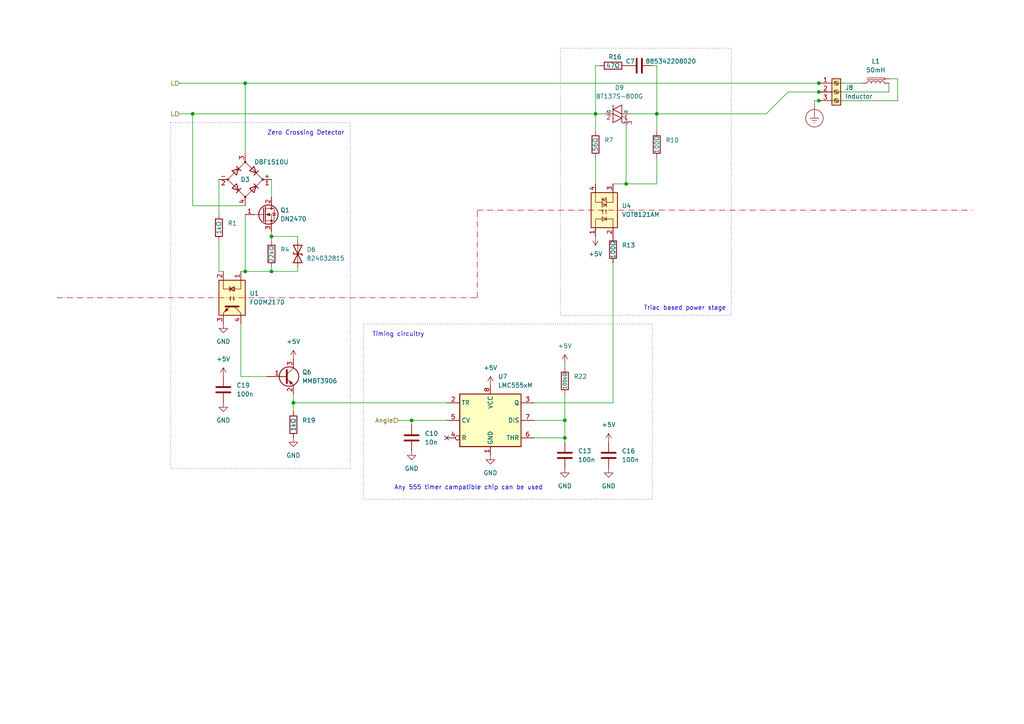
<source format=kicad_sch>
(kicad_sch (version 20230121) (generator eeschema)
  (paper "A4")
  (lib_symbols
    (symbol "Connector:Screw_Terminal_01x03" (pin_names (offset 1.016) hide)
      (property "Reference" "J" (at 0 5.08 0))
      (property "Value" "Screw_Terminal_01x03" (at 0 -5.08 0))
      (symbol "Screw_Terminal_01x03_1_1"
        (rectangle (start -1.27 3.81) (end 1.27 -3.81) (stroke (width 0.254)) (fill (type background)))
        (circle (center 0 -2.54) (radius 0.635) (stroke (width 0.1524)))
        (polyline (pts (xy -0.5334 -2.2098) (xy 0.3302 -3.048)) (stroke (width 0.1524)))
        (polyline (pts (xy -0.5334 0.3302) (xy 0.3302 -0.508)) (stroke (width 0.1524)))
        (polyline (pts (xy -0.5334 2.8702) (xy 0.3302 2.032)) (stroke (width 0.1524)))
        (polyline (pts (xy -0.3556 -2.032) (xy 0.508 -2.8702)) (stroke (width 0.1524)))
        (polyline (pts (xy -0.3556 0.508) (xy 0.508 -0.3302)) (stroke (width 0.1524)))
        (polyline (pts (xy -0.3556 3.048) (xy 0.508 2.2098)) (stroke (width 0.1524)))
        (circle (center 0 0) (radius 0.635) (stroke (width 0.1524)))
        (circle (center 0 2.54) (radius 0.635) (stroke (width 0.1524)))
        (pin passive line (at -5.08 2.54 0) (length 3.81) (name "Pin_1") (number "1"))
        (pin passive line (at -5.08 0 0) (length 3.81) (name "Pin_2") (number "2"))
        (pin passive line (at -5.08 -2.54 0) (length 3.81) (name "Pin_3") (number "3"))
      )
    )
    (symbol "Device:C" (pin_numbers hide) (pin_names (offset 0.254))
      (property "Reference" "C" (at 0.635 2.54 0))
      (property "Value" "C" (at 0.635 -2.54 0))
      (symbol "C_0_1"
        (polyline (pts (xy -2.032 -0.762) (xy 2.032 -0.762)) (stroke (width 0.508)))
        (polyline (pts (xy -2.032 0.762) (xy 2.032 0.762)) (stroke (width 0.508)))
      )
      (symbol "C_1_1"
        (pin passive line (at 0 3.81 270) (length 2.794) (name "~") (number "1"))
        (pin passive line (at 0 -3.81 90) (length 2.794) (name "~") (number "2"))
      )
    )
    (symbol "Device:D_Bridge_+-AA" (pin_names (offset 0))
      (property "Reference" "D" (at 2.54 6.985 0))
      (property "Value" "D_Bridge_+-AA" (at 2.54 5.08 0))
      (symbol "D_Bridge_+-AA_0_1"
        (circle (center -5.08 0) (radius 0.254) (fill (type outline)))
        (circle (center 0 -5.08) (radius 0.254) (fill (type outline)))
        (polyline (pts (xy -2.54 3.81) (xy -1.27 2.54)) (stroke (width 0.254)))
        (polyline (pts (xy -1.27 -2.54) (xy -2.54 -3.81)) (stroke (width 0.254)))
        (polyline (pts (xy 2.54 -1.27) (xy 3.81 -2.54)) (stroke (width 0.254)))
        (polyline (pts (xy 2.54 1.27) (xy 3.81 2.54)) (stroke (width 0.254)))
        (polyline (pts (xy -3.81 2.54) (xy -2.54 1.27) (xy -1.905 3.175) (xy -3.81 2.54)) (stroke (width 0.254)))
        (polyline (pts (xy -2.54 -1.27) (xy -3.81 -2.54) (xy -1.905 -3.175) (xy -2.54 -1.27)) (stroke (width 0.254)))
        (polyline (pts (xy 1.27 2.54) (xy 2.54 3.81) (xy 3.175 1.905) (xy 1.27 2.54)) (stroke (width 0.254)))
        (polyline (pts (xy 3.175 -1.905) (xy 1.27 -2.54) (xy 2.54 -3.81) (xy 3.175 -1.905)) (stroke (width 0.254)))
        (polyline (pts (xy -5.08 0) (xy 0 -5.08) (xy 5.08 0) (xy 0 5.08) (xy -5.08 0)))
        (circle (center 0 5.08) (radius 0.254) (fill (type outline)))
        (circle (center 5.08 0) (radius 0.254) (fill (type outline)))
      )
      (symbol "D_Bridge_+-AA_1_1"
        (pin passive line (at 7.62 0 180) (length 2.54) (name "+") (number "1"))
        (pin passive line (at -7.62 0 0) (length 2.54) (name "-") (number "2"))
        (pin passive line (at 0 7.62 270) (length 2.54) (name "~") (number "3"))
        (pin passive line (at 0 -7.62 90) (length 2.54) (name "~") (number "4"))
      )
    )
    (symbol "Device:D_TVS" (pin_numbers hide) (pin_names (offset 1.016) hide)
      (property "Reference" "D" (at 0 2.54 0))
      (property "Value" "D_TVS" (at 0 -2.54 0))
      (symbol "D_TVS_0_1"
        (polyline (pts (xy 1.27 0) (xy -1.27 0)))
        (polyline (pts (xy 0.508 1.27) (xy 0 1.27) (xy 0 -1.27) (xy -0.508 -1.27)) (stroke (width 0.254)))
        (polyline (pts (xy -2.54 1.27) (xy -2.54 -1.27) (xy 2.54 1.27) (xy 2.54 -1.27) (xy -2.54 1.27)) (stroke (width 0.254)))
      )
      (symbol "D_TVS_1_1"
        (pin passive line (at -3.81 0 0) (length 2.54) (name "A1") (number "1"))
        (pin passive line (at 3.81 0 180) (length 2.54) (name "A2") (number "2"))
      )
    )
    (symbol "Device:L_Iron" (pin_numbers hide) (pin_names (offset 1.016) hide)
      (property "Reference" "L1" (at 6.35 0 90))
      (property "Value" "50mH" (at 3.81 0 90))
      (symbol "L_Iron_0_1"
        (arc (start 0 -2.54) (mid 0.6323 -1.905) (end 0 -1.27))
        (arc (start 0 -1.27) (mid 0.6323 -0.635) (end 0 0))
        (polyline (pts (xy 1.016 -2.54) (xy 1.524 -2.54)))
        (polyline (pts (xy 1.016 2.54) (xy 1.016 -2.54)))
        (polyline (pts (xy 1.524 -2.54) (xy 1.524 2.54)))
        (arc (start 0 0) (mid 0.6323 0.635) (end 0 1.27))
        (arc (start 0 1.27) (mid 0.6323 1.905) (end 0 2.54))
      )
      (symbol "L_Iron_1_1"
        (pin passive line (at 0 3.81 270) (length 1.27) (name "1") (number "1"))
        (pin passive line (at 0 -3.81 90) (length 1.27) (name "2") (number "2"))
        (pin passive line (at 1.27 -3.81 90) (length 1.27) (name "2") (number "2"))
      )
    )
    (symbol "Device:Q_NMOS_Depletion_GDS" (pin_names (offset 0) hide)
      (property "Reference" "Q" (at 5.08 1.905 0))
      (property "Value" "Q_NMOS_Depletion_GDS" (at 5.08 0 0))
      (symbol "Q_NMOS_Depletion_GDS_0_1"
        (polyline (pts (xy 0.254 0) (xy -2.54 0)))
        (polyline (pts (xy 0.254 1.905) (xy 0.254 -1.905)) (stroke (width 0.254)))
        (polyline (pts (xy 0.762 2.286) (xy 0.762 -2.286)) (stroke (width 0.254)))
        (polyline (pts (xy 2.54 2.54) (xy 2.54 1.778)))
        (polyline (pts (xy 2.54 -2.54) (xy 2.54 0) (xy 0.762 0)))
        (polyline (pts (xy 0.762 -1.778) (xy 3.302 -1.778) (xy 3.302 1.778) (xy 0.762 1.778)))
        (polyline (pts (xy 1.016 0) (xy 2.032 0.381) (xy 2.032 -0.381) (xy 1.016 0)) (fill (type outline)))
        (polyline (pts (xy 2.794 0.508) (xy 2.921 0.381) (xy 3.683 0.381) (xy 3.81 0.254)))
        (polyline (pts (xy 3.302 0.381) (xy 2.921 -0.254) (xy 3.683 -0.254) (xy 3.302 0.381)))
        (circle (center 1.651 0) (radius 2.794) (stroke (width 0.254)))
        (circle (center 2.54 -1.778) (radius 0.254) (fill (type outline)))
        (circle (center 2.54 1.778) (radius 0.254) (fill (type outline)))
      )
      (symbol "Q_NMOS_Depletion_GDS_1_1"
        (pin input line (at -5.08 0 0) (length 2.54) (name "G") (number "1"))
        (pin passive line (at 2.54 5.08 270) (length 2.54) (name "D") (number "2"))
        (pin passive line (at 2.54 -5.08 90) (length 2.54) (name "S") (number "3"))
      )
    )
    (symbol "Device:Q_PNP_BEC" (pin_names (offset 0) hide)
      (property "Reference" "Q" (at 5.08 1.27 0))
      (property "Value" "Q_PNP_BEC" (at 5.08 -1.27 0))
      (symbol "Q_PNP_BEC_0_1"
        (polyline (pts (xy 0.635 0.635) (xy 2.54 2.54)))
        (polyline (pts (xy 0.635 -0.635) (xy 2.54 -2.54) (xy 2.54 -2.54)))
        (polyline (pts (xy 0.635 1.905) (xy 0.635 -1.905) (xy 0.635 -1.905)) (stroke (width 0.508)))
        (polyline (pts (xy 2.286 -1.778) (xy 1.778 -2.286) (xy 1.27 -1.27) (xy 2.286 -1.778) (xy 2.286 -1.778)) (fill (type outline)))
        (circle (center 1.27 0) (radius 2.8194) (stroke (width 0.254)))
      )
      (symbol "Q_PNP_BEC_1_1"
        (pin input line (at -5.08 0 0) (length 5.715) (name "B") (number "1"))
        (pin passive line (at 2.54 -5.08 90) (length 2.54) (name "E") (number "2"))
        (pin passive line (at 2.54 5.08 270) (length 2.54) (name "C") (number "3"))
      )
    )
    (symbol "Device:Q_TRIAC_A1A2G" (pin_names (offset 0))
      (property "Reference" "D" (at 3.175 0.635 0))
      (property "Value" "Q_TRIAC_A1A2G" (at 3.175 -1.27 0))
      (symbol "Q_TRIAC_A1A2G_0_1"
        (polyline (pts (xy -2.54 -1.27) (xy 2.54 -1.27)) (stroke (width 0.2032)))
        (polyline (pts (xy -2.54 1.27) (xy 2.54 1.27)) (stroke (width 0.2032)))
        (polyline (pts (xy -1.27 -2.54) (xy -0.635 -1.27)))
        (polyline (pts (xy -2.54 1.27) (xy -1.27 -1.27) (xy 0 1.27)) (stroke (width 0.2032)))
        (polyline (pts (xy 0 -1.27) (xy 1.27 1.27) (xy 2.54 -1.27)) (stroke (width 0.2032)))
      )
      (symbol "Q_TRIAC_A1A2G_1_1"
        (pin passive line (at 0 -3.81 90) (length 2.54) (name "A1") (number "1"))
        (pin passive line (at 0 3.81 270) (length 2.54) (name "A2") (number "2"))
        (pin input line (at -3.81 -2.54 0) (length 2.54) (name "G") (number "3"))
      )
    )
    (symbol "Device:R" (pin_numbers hide) (pin_names (offset 0))
      (property "Reference" "R" (at 2.032 0 90))
      (property "Value" "R" (at 0 0 90))
      (symbol "R_0_1"
        (rectangle (start -1.016 -2.54) (end 1.016 2.54) (stroke (width 0.254)))
      )
      (symbol "R_1_1"
        (pin passive line (at 0 3.81 270) (length 1.27) (name "~") (number "1"))
        (pin passive line (at 0 -3.81 90) (length 1.27) (name "~") (number "2"))
      )
    )
    (symbol "Isolator:FODM217D"
      (property "Reference" "U" (at -5.08 5.08 0))
      (property "Value" "FODM217D" (at 0 5.08 0))
      (symbol "FODM217D_0_1"
        (rectangle (start -5.08 3.81) (end 5.08 -3.81) (stroke (width 0.254)) (fill (type background)))
        (polyline (pts (xy -3.175 -0.635) (xy -1.905 -0.635)) (stroke (width 0.254)))
        (polyline (pts (xy 2.54 0.635) (xy 4.445 2.54)))
        (polyline (pts (xy 4.445 -2.54) (xy 2.54 -0.635)) (fill (type outline)))
        (polyline (pts (xy 4.445 -2.54) (xy 5.08 -2.54)))
        (polyline (pts (xy 4.445 2.54) (xy 5.08 2.54)))
        (polyline (pts (xy -5.08 2.54) (xy -2.54 2.54) (xy -2.54 -0.635)))
        (polyline (pts (xy -2.54 -0.635) (xy -2.54 -2.54) (xy -5.08 -2.54)))
        (polyline (pts (xy 2.54 1.905) (xy 2.54 -1.905) (xy 2.54 -1.905)) (stroke (width 0.508)))
        (polyline (pts (xy -2.54 -0.635) (xy -3.175 0.635) (xy -1.905 0.635) (xy -2.54 -0.635)) (stroke (width 0.254)))
        (polyline (pts (xy -0.508 -0.508) (xy 0.762 -0.508) (xy 0.381 -0.635) (xy 0.381 -0.381) (xy 0.762 -0.508)))
        (polyline (pts (xy -0.508 0.508) (xy 0.762 0.508) (xy 0.381 0.381) (xy 0.381 0.635) (xy 0.762 0.508)))
        (polyline (pts (xy 3.048 -1.651) (xy 3.556 -1.143) (xy 4.064 -2.159) (xy 3.048 -1.651) (xy 3.048 -1.651)) (fill (type outline)))
      )
      (symbol "FODM217D_1_1"
        (pin passive line (at -7.62 2.54 0) (length 2.54) (name "~") (number "1"))
        (pin passive line (at -7.62 -2.54 0) (length 2.54) (name "~") (number "2"))
        (pin passive line (at 7.62 -2.54 180) (length 2.54) (name "~") (number "3"))
        (pin passive line (at 7.62 2.54 180) (length 2.54) (name "~") (number "4"))
      )
    )
    (symbol "Relay_SolidState:FODM3053"
      (property "Reference" "U" (at -5.08 5.08 0))
      (property "Value" "FODM3053" (at 0 5.08 0))
      (symbol "FODM3053_0_1"
        (rectangle (start -5.08 3.81) (end 5.08 -3.81) (stroke (width 0.254)) (fill (type background)))
        (polyline (pts (xy -3.175 -0.635) (xy -1.905 -0.635)))
        (polyline (pts (xy 1.524 -0.635) (xy 1.524 0.635)))
        (polyline (pts (xy 3.048 0.635) (xy 3.048 -0.635)))
        (polyline (pts (xy 2.286 -0.635) (xy 2.286 -2.54) (xy 5.08 -2.54)))
        (polyline (pts (xy 2.286 0.635) (xy 2.286 2.54) (xy 5.08 2.54)))
        (polyline (pts (xy -5.08 2.54) (xy -2.54 2.54) (xy -2.54 -2.54) (xy -5.08 -2.54)))
        (polyline (pts (xy -2.54 -0.635) (xy -3.175 0.635) (xy -1.905 0.635) (xy -2.54 -0.635)))
        (polyline (pts (xy 0.889 -0.635) (xy 3.683 -0.635) (xy 3.048 0.635) (xy 2.413 -0.635)))
        (polyline (pts (xy 3.683 0.635) (xy 0.889 0.635) (xy 1.524 -0.635) (xy 2.159 0.635)))
        (polyline (pts (xy -1.143 -0.508) (xy 0.127 -0.508) (xy -0.254 -0.635) (xy -0.254 -0.381) (xy 0.127 -0.508)))
        (polyline (pts (xy -1.143 0.508) (xy 0.127 0.508) (xy -0.254 0.381) (xy -0.254 0.635) (xy 0.127 0.508)))
      )
      (symbol "FODM3053_1_1"
        (pin passive line (at -7.62 2.54 0) (length 2.54) (name "~") (number "1"))
        (pin passive line (at -7.62 -2.54 0) (length 2.54) (name "~") (number "2"))
        (pin passive line (at 7.62 -2.54 180) (length 2.54) (name "~") (number "3"))
        (pin passive line (at 7.62 2.54 180) (length 2.54) (name "~") (number "4"))
      )
    )
    (symbol "Timer:LMC555xM"
      (property "Reference" "U" (at -10.16 8.89 0))
      (property "Value" "LMC555xM" (at 2.54 8.89 0))
      (symbol "LMC555xM_0_0"
        (pin power_in line (at 0 -10.16 90) (length 2.54) (name "GND") (number "1"))
        (pin power_in line (at 0 10.16 270) (length 2.54) (name "VCC") (number "8"))
      )
      (symbol "LMC555xM_0_1"
        (rectangle (start -8.89 -7.62) (end 8.89 7.62) (stroke (width 0.254)) (fill (type background)))
        (rectangle (start -8.89 -7.62) (end 8.89 7.62) (stroke (width 0.254)) (fill (type background)))
      )
      (symbol "LMC555xM_1_1"
        (pin input line (at -12.7 5.08 0) (length 3.81) (name "TR") (number "2"))
        (pin output line (at 12.7 5.08 180) (length 3.81) (name "Q") (number "3"))
        (pin input inverted (at -12.7 -5.08 0) (length 3.81) (name "R") (number "4"))
        (pin input line (at -12.7 0 0) (length 3.81) (name "CV") (number "5"))
        (pin input line (at 12.7 -5.08 180) (length 3.81) (name "THR") (number "6"))
        (pin input line (at 12.7 0 180) (length 3.81) (name "DIS") (number "7"))
      )
    )
    (symbol "power:+5V" (power) (pin_names (offset 0))
      (property "Value" "+5V" (at 0 3.556 0))
      (symbol "+5V_0_1"
        (polyline (pts (xy -0.762 1.27) (xy 0 2.54)))
        (polyline (pts (xy 0 0) (xy 0 2.54)))
        (polyline (pts (xy 0 2.54) (xy 0.762 1.27)))
      )
      (symbol "+5V_1_1"
        (pin power_in line (at 0 0 90) (length 0) hide (name "+5V") (number "1"))
      )
    )
    (symbol "power:Earth_Protective" (power) (pin_names (offset 0))
      (symbol "Earth_Protective_0_1"
        (circle (center 0 -3.81) (radius 2.54))
        (polyline (pts (xy -0.635 -4.445) (xy 0.635 -4.445)))
        (polyline (pts (xy -0.127 -5.08) (xy 0.127 -5.08)))
        (polyline (pts (xy 0 -3.81) (xy 0 0)))
        (polyline (pts (xy 1.27 -3.81) (xy -1.27 -3.81)))
      )
      (symbol "Earth_Protective_1_1"
        (pin power_in line (at 0 0 270) (length 0) hide (name "Earth_Protective") (number "1"))
      )
    )
    (symbol "power:GND" (power) (pin_names (offset 0))
      (property "Value" "GND" (at 0 -3.81 0))
      (symbol "GND_0_1"
        (polyline (pts (xy 0 0) (xy 0 -1.27) (xy 1.27 -1.27) (xy 0 -2.54) (xy -1.27 -1.27) (xy 0 -1.27)))
      )
      (symbol "GND_1_1"
        (pin power_in line (at 0 0 270) (length 0) hide (name "GND") (number "1"))
      )
    )
  )
  (junction (at 237.49 26.67))
  (junction (at 55.88 33.02))
  (junction (at 181.61 53.34))
  (junction (at 237.49 29.21))
  (junction (at 172.72 33.02))
  (junction (at 190.5 33.02))
  (junction (at 85.09 116.84))
  (junction (at 237.49 24.13))
  (junction (at 78.74 78.74))
  (junction (at 163.83 121.92))
  (junction (at 163.83 127))
  (junction (at 119.38 121.92))
  (junction (at 71.12 78.74))
  (junction (at 78.74 68.58))
  (junction (at 71.12 24.13))
  (no_connect (at 129.54 127))
  (wire (pts (xy 190.5 53.34) (xy 181.61 53.34)))
  (wire (pts (xy 163.83 121.92) (xy 163.83 127)))
  (wire (pts (xy 236.22 30.48) (xy 236.22 29.21)))
  (wire (pts (xy 85.09 116.84) (xy 129.54 116.84)))
  (wire (pts (xy 154.94 116.84) (xy 177.8 116.84)))
  (wire (pts (xy 154.94 127) (xy 163.83 127)))
  (wire (pts (xy 177.8 116.84) (xy 177.8 76.2)))
  (wire (pts (xy 85.09 114.3) (xy 85.09 116.84)))
  (wire (pts (xy 78.74 77.47) (xy 78.74 78.74)))
  (wire (pts (xy 63.5 78.74) (xy 63.5 69.85)))
  (polyline (pts (xy 138.43 86.36) (xy 138.43 60.96)) (stroke (width 0) (type dash_dot) (color 194 0 0 1)))
  (wire (pts (xy 172.72 33.02) (xy 175.26 33.02)))
  (wire (pts (xy 71.12 24.13) (xy 237.49 24.13)))
  (wire (pts (xy 71.12 59.69) (xy 55.88 59.69)))
  (wire (pts (xy 85.09 116.84) (xy 85.09 119.38)))
  (wire (pts (xy 222.25 33.02) (xy 228.6 26.67)))
  (wire (pts (xy 86.36 68.58) (xy 86.36 69.85)))
  (wire (pts (xy 163.83 114.3) (xy 163.83 121.92)))
  (wire (pts (xy 119.38 121.92) (xy 119.38 123.19)))
  (wire (pts (xy 78.74 69.85) (xy 78.74 68.58)))
  (wire (pts (xy 237.49 26.67) (xy 257.81 26.67)) (stroke (width 0) (color 0 132 0 0.5)))
  (wire (pts (xy 260.35 29.21) (xy 237.49 29.21)) (stroke (width 0) (color 0 132 0 0.5)))
  (wire (pts (xy 78.74 52.07) (xy 78.74 57.15)))
  (wire (pts (xy 237.49 24.13) (xy 250.19 24.13)) (stroke (width 0) (color 0 132 0 0.5)))
  (wire (pts (xy 115.57 121.92) (xy 119.38 121.92)))
  (wire (pts (xy 71.12 24.13) (xy 71.12 44.45)))
  (wire (pts (xy 190.5 33.02) (xy 190.5 38.1)))
  (wire (pts (xy 189.23 19.05) (xy 190.5 19.05)))
  (wire (pts (xy 64.77 78.74) (xy 63.5 78.74)))
  (wire (pts (xy 55.88 33.02) (xy 52.07 33.02)))
  (polyline (pts (xy 138.43 60.96) (xy 281.94 60.96)) (stroke (width 0) (type dash_dot) (color 194 0 0 1)))
  (wire (pts (xy 163.83 105.41) (xy 163.83 106.68)))
  (wire (pts (xy 71.12 24.13) (xy 52.07 24.13)))
  (wire (pts (xy 181.61 53.34) (xy 181.61 36.83)))
  (wire (pts (xy 236.22 29.21) (xy 237.49 29.21)))
  (wire (pts (xy 86.36 78.74) (xy 86.36 77.47)))
  (wire (pts (xy 228.6 26.67) (xy 237.49 26.67)))
  (wire (pts (xy 190.5 45.72) (xy 190.5 53.34)))
  (wire (pts (xy 63.5 52.07) (xy 63.5 62.23)))
  (wire (pts (xy 69.85 109.22) (xy 69.85 93.98)))
  (wire (pts (xy 163.83 127) (xy 163.83 128.27)))
  (wire (pts (xy 119.38 121.92) (xy 129.54 121.92)))
  (wire (pts (xy 182.88 33.02) (xy 190.5 33.02)))
  (wire (pts (xy 172.72 33.02) (xy 172.72 38.1)))
  (wire (pts (xy 77.47 109.22) (xy 69.85 109.22)))
  (wire (pts (xy 190.5 19.05) (xy 190.5 33.02)))
  (wire (pts (xy 78.74 67.31) (xy 78.74 68.58)))
  (wire (pts (xy 55.88 33.02) (xy 172.72 33.02)))
  (wire (pts (xy 69.85 78.74) (xy 71.12 78.74)))
  (wire (pts (xy 71.12 78.74) (xy 78.74 78.74)))
  (wire (pts (xy 78.74 68.58) (xy 86.36 68.58)))
  (wire (pts (xy 190.5 33.02) (xy 222.25 33.02)))
  (polyline (pts (xy 16.51 86.36) (xy 138.43 86.36)) (stroke (width 0) (type dash_dot) (color 194 0 0 1)))
  (wire (pts (xy 257.81 22.86) (xy 260.35 22.86)) (stroke (width 0) (color 0 132 0 0.5)))
  (wire (pts (xy 172.72 19.05) (xy 172.72 33.02)))
  (wire (pts (xy 260.35 22.86) (xy 260.35 29.21)) (stroke (width 0) (color 0 132 0 0.5)))
  (wire (pts (xy 172.72 45.72) (xy 172.72 53.34)))
  (wire (pts (xy 173.99 19.05) (xy 172.72 19.05)))
  (wire (pts (xy 163.83 121.92) (xy 154.94 121.92)))
  (wire (pts (xy 86.36 78.74) (xy 78.74 78.74)))
  (wire (pts (xy 71.12 62.23) (xy 71.12 78.74)))
  (wire (pts (xy 257.81 24.13) (xy 257.81 26.67)) (stroke (width 0) (color 0 132 0 0.5)))
  (wire (pts (xy 55.88 33.02) (xy 55.88 59.69)))
  (wire (pts (xy 177.8 53.34) (xy 181.61 53.34)))
  (rectangle (start 162.56 13.97) (end 212.09 91.44) (stroke (width 0) (type dot)))
  (rectangle (start 49.53 35.56) (end 101.6 135.89) (stroke (width 0) (type dot)))
  (rectangle (start 105.41 93.98) (end 189.23 144.78) (stroke (width 0) (type dot)))
  (text "Timing circuitry" (at 107.95 97.79 0) (effects (font (size 1.27 1.27)) (justify left bottom)))
  (text "Any 555 timer campatible chip can be used" (at 114.3 142.24 0) (effects (font (size 1.27 1.27)) (justify left bottom)))
  (text "Zero Crossing Detector" (at 77.47 39.37 0) (effects (font (size 1.27 1.27)) (justify left bottom)))
  (text "Triac based power stage" (at 186.69 90.17 0) (effects (font (size 1.27 1.27)) (justify left bottom)))
  (hierarchical_label "Angle" (shape input) (at 115.57 121.92 180))
  (hierarchical_label "L_{}" (shape input) (at 52.07 33.02 180))
  (hierarchical_label "L" (shape input) (at 52.07 24.13 180))
  (symbol (lib_id "Device:C") (at 119.38 127 0) (unit 1)
    (property "Reference" "C10" (at 123.19 125.73 0) (effects (justify left)))
    (property "Value" "10n" (at 123.19 128.27 0) (effects (justify left)))
    (property "Footprint" "Capacitor_SMD:C_0805_2012Metric" (effects hide))
    (instances (project "SVC" (path "" (reference "C10") (unit 1)) (path "" (reference "C11") (unit 1)) (path "" (reference "C12") (unit 1))))
  )
  (symbol (lib_id "power:Earth_Protective") (at 236.22 30.48 0) (unit 1)
    (property "Reference" "#PWR05" (effects hide))
    (property "Value" "Earth_Protective" (effects hide))
    (instances (project "SVC" (path "" (reference "#PWR05") (unit 1)) (path "" (reference "#PWR07") (unit 1)) (path "" (reference "#PWR09") (unit 1))))
  )
  (symbol (lib_id "power:+5V") (at 163.83 105.41 0) (unit 1)
    (property "Reference" "#PWR029" (effects hide))
    (property "Value" "+5V" (at 163.83 100.33 0))
    (instances (project "SVC" (path "" (reference "#PWR029") (unit 1)) (path "" (reference "#PWR030") (unit 1)) (path "" (reference "#PWR031") (unit 1))))
  )
  (symbol (lib_id "power:GND") (at 64.77 93.98 0) (unit 1)
    (property "Reference" "#PWR06" (effects hide))
    (property "Value" "GND" (at 64.77 99.06 0))
    (instances (project "SVC" (path "" (reference "#PWR06") (unit 1)) (path "" (reference "#PWR08") (unit 1)) (path "" (reference "#PWR010") (unit 1))))
  )
  (symbol (lib_id "power:GND") (at 176.53 135.89 0) (unit 1)
    (property "Reference" "#PWR032" (effects hide))
    (property "Value" "GND" (at 176.53 140.97 0))
    (instances (project "SVC" (path "" (reference "#PWR032") (unit 1)) (path "" (reference "#PWR033") (unit 1)) (path "" (reference "#PWR034") (unit 1))))
  )
  (symbol (lib_id "power:+5V") (at 64.77 109.22 0) (unit 1)
    (property "Reference" "#PWR038" (effects hide))
    (property "Value" "+5V" (at 64.77 104.14 0))
    (instances (project "SVC" (path "" (reference "#PWR038") (unit 1)) (path "" (reference "#PWR040") (unit 1)) (path "" (reference "#PWR042") (unit 1))))
  )
  (symbol (lib_id "Device:Q_NMOS_Depletion_GDS") (at 76.2 62.23 0) (unit 1)
    (property "Reference" "Q1" (at 81.28 60.96 0) (effects (justify left)))
    (property "Value" "DN2470" (at 81.28 63.5 0) (effects (justify left)))
    (property "Footprint" "Package_TO_SOT_SMD:TO-252-2" (effects hide))
    (instances (project "SVC" (path "" (reference "Q1") (unit 1)) (path "" (reference "Q2") (unit 1)) (path "" (reference "Q3") (unit 1))))
  )
  (symbol (lib_id "power:+5V") (at 172.72 68.58 180) (unit 1)
    (property "Reference" "#PWR011" (effects hide))
    (property "Value" "+5V" (at 172.72 73.66 0))
    (instances (project "SVC" (path "" (reference "#PWR011") (unit 1)) (path "" (reference "#PWR012") (unit 1)) (path "" (reference "#PWR013") (unit 1))))
  )
  (symbol (lib_id "power:GND") (at 163.83 135.89 0) (unit 1)
    (property "Reference" "#PWR026" (effects hide))
    (property "Value" "GND" (at 163.83 140.97 0))
    (instances (project "SVC" (path "" (reference "#PWR026") (unit 1)) (path "" (reference "#PWR027") (unit 1)) (path "" (reference "#PWR028") (unit 1))))
  )
  (symbol (lib_id "Device:R") (at 78.74 73.66 0) (unit 1)
    (property "Reference" "R4" (at 81.28 72.39 0) (effects (justify left)))
    (property "Value" "22kΩ" (at 78.74 73.66 90))
    (property "Footprint" "Resistor_SMD:R_0805_2012Metric" (effects hide))
    (instances (project "SVC" (path "" (reference "R4") (unit 1)) (path "" (reference "R5") (unit 1)) (path "" (reference "R6") (unit 1))))
  )
  (symbol (lib_id "Device:R") (at 85.09 123.19 0) (unit 1)
    (property "Reference" "R19" (at 87.63 121.92 0) (effects (justify left)))
    (property "Value" "1kΩ" (at 85.09 123.19 90))
    (property "Footprint" "Resistor_SMD:R_0805_2012Metric" (effects hide))
    (instances (project "SVC" (path "" (reference "R19") (unit 1)) (path "" (reference "R20") (unit 1)) (path "" (reference "R21") (unit 1))))
  )
  (symbol (lib_id "Device:R") (at 63.5 66.04 0) (unit 1)
    (property "Reference" "R1" (at 66.04 64.77 0) (effects (justify left)))
    (property "Value" "1kΩ" (at 63.5 66.04 90))
    (property "Footprint" "Resistor_SMD:R_0805_2012Metric" (effects hide))
    (instances (project "SVC" (path "" (reference "R1") (unit 1)) (path "" (reference "R2") (unit 1)) (path "" (reference "R3") (unit 1))))
  )
  (symbol (lib_id "power:GND") (at 85.09 127 0) (unit 1)
    (property "Reference" "#PWR014" (effects hide))
    (property "Value" "GND" (at 85.09 132.08 0))
    (instances (project "SVC" (path "" (reference "#PWR014") (unit 1)) (path "" (reference "#PWR015") (unit 1)) (path "" (reference "#PWR016") (unit 1))))
  )
  (symbol (lib_id "Device:R") (at 177.8 72.39 0) (unit 1)
    (property "Reference" "R13" (at 180.34 71.12 0) (effects (justify left)))
    (property "Value" "100Ω" (at 177.8 72.39 90))
    (property "Footprint" "Resistor_SMD:R_1206_3216Metric" (effects hide))
    (instances (project "SVC" (path "" (reference "R13") (unit 1)) (path "" (reference "R14") (unit 1)) (path "" (reference "R15") (unit 1))))
  )
  (symbol (lib_id "Device:C") (at 185.42 19.05 90) (unit 1)
    (property "Reference" "C7" (at 184.15 17.78 90) (effects (justify left)))
    (property "Value" "885342208020" (at 201.93 17.78 90) (effects (justify left)))
    (property "Footprint" "Capacitor_SMD:C_1206_3216Metric" (effects hide))
    (instances (project "SVC" (path "" (reference "C7") (unit 1)) (path "" (reference "C8") (unit 1)) (path "" (reference "C9") (unit 1))))
  )
  (symbol (lib_id "Device:C") (at 64.77 113.03 0) (unit 1)
    (property "Reference" "C19" (at 68.58 111.76 0) (effects (justify left)))
    (property "Value" "100n" (at 68.58 114.3 0) (effects (justify left)))
    (property "Footprint" "Capacitor_SMD:C_0805_2012Metric" (effects hide))
    (instances (project "SVC" (path "" (reference "C19") (unit 1)) (path "" (reference "C20") (unit 1)) (path "" (reference "C21") (unit 1))))
  )
  (symbol (lib_id "Device:R") (at 172.72 41.91 0) (unit 1)
    (property "Reference" "R7" (at 175.26 40.64 0) (effects (justify left)))
    (property "Value" "56Ω" (at 172.72 41.91 90))
    (property "Footprint" "Resistor_SMD:R_1206_3216Metric" (effects hide))
    (instances (project "SVC" (path "" (reference "R7") (unit 1)) (path "" (reference "R8") (unit 1)) (path "" (reference "R9") (unit 1))))
  )
  (symbol (lib_id "Device:C") (at 176.53 132.08 0) (unit 1)
    (property "Reference" "C16" (at 180.34 130.81 0) (effects (justify left)))
    (property "Value" "100n" (at 180.34 133.35 0) (effects (justify left)))
    (property "Footprint" "Capacitor_SMD:C_0805_2012Metric" (effects hide))
    (instances (project "SVC" (path "" (reference "C16") (unit 1)) (path "" (reference "C17") (unit 1)) (path "" (reference "C18") (unit 1))))
  )
  (symbol (lib_id "power:GND") (at 142.24 132.08 0) (unit 1)
    (property "Reference" "#PWR017" (effects hide))
    (property "Value" "GND" (at 142.24 137.16 0))
    (instances (project "SVC" (path "" (reference "#PWR017") (unit 1)) (path "" (reference "#PWR018") (unit 1)) (path "" (reference "#PWR019") (unit 1))))
  )
  (symbol (lib_id "Isolator:FODM217D") (at 67.31 86.36 270) (unit 1)
    (property "Reference" "U1" (at 72.39 85.09 90) (effects (justify left)))
    (property "Value" "FODM217D" (at 72.39 87.63 90) (effects (justify left)))
    (property "Footprint" "Package_SO:SOP-4_4.4x2.6mm_P1.27mm" (effects hide))
    (property "Datasheet" "https://www.onsemi.com/pub/Collateral/FODM214-D.PDF" (effects hide))
    (instances (project "SVC" (path "" (reference "U1") (unit 1)) (path "" (reference "U2") (unit 1)) (path "" (reference "U3") (unit 1))))
  )
  (symbol (lib_id "power:+5V") (at 142.24 111.76 0) (unit 1)
    (property "Reference" "#PWR020" (effects hide))
    (property "Value" "+5V" (at 142.24 106.68 0))
    (instances (project "SVC" (path "" (reference "#PWR020") (unit 1)) (path "" (reference "#PWR021") (unit 1)) (path "" (reference "#PWR022") (unit 1))))
  )
  (symbol (lib_id "power:GND") (at 119.38 130.81 0) (unit 1)
    (property "Reference" "#PWR023" (effects hide))
    (property "Value" "GND" (at 119.38 135.89 0))
    (instances (project "SVC" (path "" (reference "#PWR023") (unit 1)) (path "" (reference "#PWR024") (unit 1)) (path "" (reference "#PWR025") (unit 1))))
  )
  (symbol (lib_id "power:GND") (at 64.77 116.84 0) (unit 1)
    (property "Reference" "#PWR039" (effects hide))
    (property "Value" "GND" (at 64.77 121.92 0))
    (instances (project "SVC" (path "" (reference "#PWR039") (unit 1)) (path "" (reference "#PWR041") (unit 1)) (path "" (reference "#PWR043") (unit 1))))
  )
  (symbol (lib_id "Connector:Screw_Terminal_01x03") (at 242.57 26.67 0) (unit 1)
    (property "Reference" "J8" (at 245.11 25.4 0) (effects (justify left)))
    (property "Value" "Inductor" (at 245.11 27.94 0) (effects (justify left)))
    (property "Footprint" "TerminalBlock:TerminalBlock_bornier-3_P5.08mm" (effects hide))
    (instances (project "SVC" (path "" (reference "J8") (unit 1)) (path "" (reference "J9") (unit 1)) (path "" (reference "J10") (unit 1))))
  )
  (symbol (lib_id "Device:D_TVS") (at 86.36 73.66 90) (unit 1)
    (property "Reference" "D6" (at 88.9 72.39 90) (effects (justify right)))
    (property "Value" "824032815" (at 88.9 74.93 90) (effects (justify right)))
    (property "Footprint" "Footprints:TVS" (effects hide))
    (property "Datasheet" "https://www.we-online.com/components/products/datasheet/824032815.pdf" (effects hide))
    (instances (project "SVC" (path "" (reference "D6") (unit 1)) (path "" (reference "D7") (unit 1)) (path "" (reference "D8") (unit 1))))
  )
  (symbol (lib_id "Device:C") (at 163.83 132.08 0) (unit 1)
    (property "Reference" "C13" (at 167.64 130.81 0) (effects (justify left)))
    (property "Value" "100n" (at 167.64 133.35 0) (effects (justify left)))
    (property "Footprint" "Capacitor_SMD:C_0805_2012Metric" (effects hide))
    (instances (project "SVC" (path "" (reference "C13") (unit 1)) (path "" (reference "C14") (unit 1)) (path "" (reference "C15") (unit 1))))
  )
  (symbol (lib_id "Timer:LMC555xM") (at 142.24 121.92 0) (unit 1)
    (property "Reference" "U7" (at 144.4341 109.22 0) (effects (justify left)))
    (property "Value" "LMC555xM" (at 144.4341 111.76 0) (effects (justify left)))
    (property "Footprint" "Package_SO:SOIC-8_3.9x4.9mm_P1.27mm" (effects hide))
    (property "Datasheet" "http://www.ti.com/lit/ds/symlink/lmc555.pdf" (effects hide))
    (instances (project "SVC" (path "" (reference "U7") (unit 1)) (path "" (reference "U8") (unit 1)) (path "" (reference "U9") (unit 1))))
  )
  (symbol (lib_id "Device:R") (at 177.8 19.05 90) (unit 1)
    (property "Reference" "R16" (at 180.34 16.51 90) (effects (justify left)))
    (property "Value" "47Ω" (at 177.8 19.05 90))
    (property "Footprint" "Resistor_SMD:R_1210_3225Metric" (effects hide))
    (instances (project "SVC" (path "" (reference "R16") (unit 1)) (path "" (reference "R17") (unit 1)) (path "" (reference "R18") (unit 1))))
  )
  (symbol (lib_id "Device:L_Iron") (at 254 24.13 90) (unit 1) (on_board no)
    (property "Reference" "L1" (at 254 17.78 90))
    (property "Value" "50mH" (at 254 20.32 90))
    (instances (project "SVC" (path "" (reference "L1") (unit 1)) (path "" (reference "L2") (unit 1)) (path "" (reference "L3") (unit 1))))
  )
  (symbol (lib_id "Device:Q_TRIAC_A1A2G") (at 179.07 33.02 90) (unit 1)
    (property "Reference" "D9" (at 179.6542 25.4 90))
    (property "Value" "BT137S-800G" (at 179.6542 27.94 90))
    (property "Footprint" "Package_TO_SOT_SMD:TO-252-2" (effects hide))
    (property "Datasheet" "https://www.mouser.it/datasheet/2/848/bt137s-800g-1519766.pdf" (effects hide))
    (instances (project "SVC" (path "" (reference "D9") (unit 1)) (path "" (reference "D10") (unit 1)) (path "" (reference "D11") (unit 1))))
  )
  (symbol (lib_id "Relay_SolidState:FODM3053") (at 175.26 60.96 90) (unit 1)
    (property "Reference" "U4" (at 180.34 59.69 90) (effects (justify right)))
    (property "Value" "VOT8121AM" (at 180.34 62.23 90) (effects (justify right)))
    (property "Footprint" "Package_SO:SOP-4_3.8x4.1mm_P2.54mm" (effects hide))
    (property "Datasheet" "https://www.vishay.com/docs/84914/vot8121am.pdf" (effects hide))
    (instances (project "SVC" (path "" (reference "U4") (unit 1)) (path "" (reference "U5") (unit 1)) (path "" (reference "U6") (unit 1))))
  )
  (symbol (lib_id "Device:D_Bridge_+-AA") (at 71.12 52.07 0) (unit 1)
    (property "Reference" "D3" (at 71.12 52.07 0))
    (property "Value" "DBF1510U" (at 78.74 46.99 0))
    (property "Footprint" "Diode_SMD:Diode_Bridge_Diotec_SO-DIL-Slim" (effects hide))
    (property "Datasheet" "https://www.mouser.at/datasheet/2/115/DIOD_S_A0004145001_1-2542358.pdf" (effects hide))
    (instances (project "SVC" (path "" (reference "D3") (unit 1)) (path "" (reference "D4") (unit 1)) (path "" (reference "D5") (unit 1))))
  )
  (symbol (lib_id "Device:Q_PNP_BEC") (at 82.55 109.22 0) (unit 1)
    (property "Reference" "Q6" (at 87.63 107.95 0) (effects (justify left)))
    (property "Value" "MMBT3906" (at 87.63 110.49 0) (effects (justify left)))
    (property "Footprint" "Package_TO_SOT_SMD:SOT-23" (effects hide))
    (property "Datasheet" "https://diotec.com/request/datasheet/mmbt3906.pdf" (effects hide))
    (instances (project "SVC" (path "" (reference "Q6") (unit 1)) (path "" (reference "Q4") (unit 1)) (path "" (reference "Q5") (unit 1))))
  )
  (symbol (lib_id "Device:R") (at 190.5 41.91 0) (unit 1)
    (property "Reference" "R10" (at 193.04 40.64 0) (effects (justify left)))
    (property "Value" "100Ω" (at 190.5 41.91 90))
    (property "Footprint" "Resistor_SMD:R_1206_3216Metric" (effects hide))
    (instances (project "SVC" (path "" (reference "R10") (unit 1)) (path "" (reference "R11") (unit 1)) (path "" (reference "R12") (unit 1))))
  )
  (symbol (lib_id "Device:R") (at 163.83 110.49 0) (unit 1)
    (property "Reference" "R22" (at 166.37 109.22 0) (effects (justify left)))
    (property "Value" "100kΩ" (at 163.83 110.49 90) (effects (font (size 1 1))))
    (property "Footprint" "Resistor_SMD:R_0805_2012Metric" (effects hide))
    (instances (project "SVC" (path "" (reference "R22") (unit 1)) (path "" (reference "R23") (unit 1)) (path "" (reference "R24") (unit 1))))
  )
  (symbol (lib_id "power:+5V") (at 85.09 104.14 0) (unit 1)
    (property "Reference" "#PWR044" (effects hide))
    (property "Value" "+5V" (at 85.09 99.06 0))
    (instances (project "SVC" (path "" (reference "#PWR044") (unit 1)) (path "" (reference "#PWR045") (unit 1)) (path "" (reference "#PWR046") (unit 1))))
  )
  (symbol (lib_id "power:+5V") (at 176.53 128.27 0) (unit 1)
    (property "Reference" "#PWR035" (effects hide))
    (property "Value" "+5V" (at 176.53 123.19 0))
    (instances (project "SVC" (path "" (reference "#PWR035") (unit 1)) (path "" (reference "#PWR036") (unit 1)) (path "" (reference "#PWR037") (unit 1))))
  )
)
</source>
